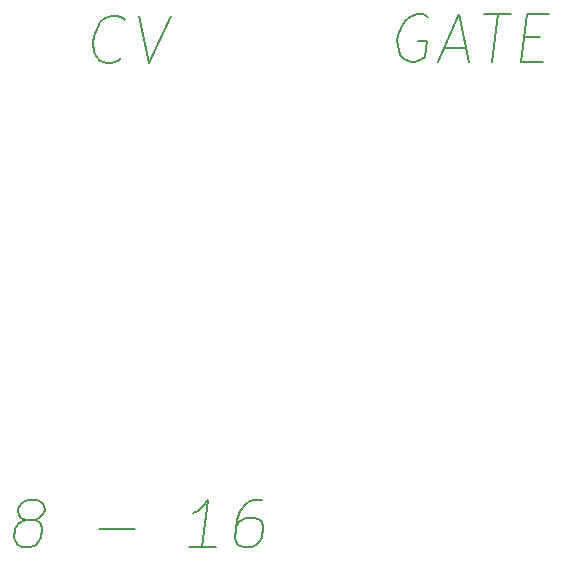
<source format=gbr>
%TF.GenerationSoftware,KiCad,Pcbnew,7.0.8*%
%TF.CreationDate,2023-11-15T13:59:47+01:00*%
%TF.ProjectId,cv-gate-rev1,63762d67-6174-4652-9d72-6576312e6b69,rev?*%
%TF.SameCoordinates,Original*%
%TF.FileFunction,Legend,Top*%
%TF.FilePolarity,Positive*%
%FSLAX46Y46*%
G04 Gerber Fmt 4.6, Leading zero omitted, Abs format (unit mm)*
G04 Created by KiCad (PCBNEW 7.0.8) date 2023-11-15 13:59:47*
%MOMM*%
%LPD*%
G01*
G04 APERTURE LIST*
%ADD10C,0.150000*%
G04 APERTURE END LIST*
D10*
X517610588Y-130371723D02*
X517396303Y-130562200D01*
X517396303Y-130562200D02*
X516801064Y-130752676D01*
X516801064Y-130752676D02*
X516420112Y-130752676D01*
X516420112Y-130752676D02*
X515872493Y-130562200D01*
X515872493Y-130562200D02*
X515539160Y-130181247D01*
X515539160Y-130181247D02*
X515396303Y-129800295D01*
X515396303Y-129800295D02*
X515301064Y-129038390D01*
X515301064Y-129038390D02*
X515372493Y-128466961D01*
X515372493Y-128466961D02*
X515658207Y-127705057D01*
X515658207Y-127705057D02*
X515896303Y-127324104D01*
X515896303Y-127324104D02*
X516324874Y-126943152D01*
X516324874Y-126943152D02*
X516920112Y-126752676D01*
X516920112Y-126752676D02*
X517301064Y-126752676D01*
X517301064Y-126752676D02*
X517848684Y-126943152D01*
X517848684Y-126943152D02*
X518015350Y-127133628D01*
X519205826Y-126752676D02*
X520039160Y-130752676D01*
X520039160Y-130752676D02*
X521872493Y-126752676D01*
X543598684Y-126843152D02*
X543241541Y-126652676D01*
X543241541Y-126652676D02*
X542670112Y-126652676D01*
X542670112Y-126652676D02*
X542074874Y-126843152D01*
X542074874Y-126843152D02*
X541646303Y-127224104D01*
X541646303Y-127224104D02*
X541408207Y-127605057D01*
X541408207Y-127605057D02*
X541122493Y-128366961D01*
X541122493Y-128366961D02*
X541051064Y-128938390D01*
X541051064Y-128938390D02*
X541146303Y-129700295D01*
X541146303Y-129700295D02*
X541289160Y-130081247D01*
X541289160Y-130081247D02*
X541622493Y-130462200D01*
X541622493Y-130462200D02*
X542170112Y-130652676D01*
X542170112Y-130652676D02*
X542551064Y-130652676D01*
X542551064Y-130652676D02*
X543146303Y-130462200D01*
X543146303Y-130462200D02*
X543360588Y-130271723D01*
X543360588Y-130271723D02*
X543527255Y-128938390D01*
X543527255Y-128938390D02*
X542765350Y-128938390D01*
X544979636Y-129509819D02*
X546884398Y-129509819D01*
X544455826Y-130652676D02*
X546289160Y-126652676D01*
X546289160Y-126652676D02*
X547122493Y-130652676D01*
X548384397Y-126652676D02*
X550670112Y-126652676D01*
X549027255Y-130652676D02*
X549527255Y-126652676D01*
X551765350Y-128557438D02*
X553098683Y-128557438D01*
X553408207Y-130652676D02*
X551503445Y-130652676D01*
X551503445Y-130652676D02*
X552003445Y-126652676D01*
X552003445Y-126652676D02*
X553908207Y-126652676D01*
X509562526Y-169437272D02*
X509205383Y-169246796D01*
X509205383Y-169246796D02*
X509038716Y-169056320D01*
X509038716Y-169056320D02*
X508895859Y-168675368D01*
X508895859Y-168675368D02*
X508919669Y-168484891D01*
X508919669Y-168484891D02*
X509157764Y-168103939D01*
X509157764Y-168103939D02*
X509372050Y-167913463D01*
X509372050Y-167913463D02*
X509776812Y-167722987D01*
X509776812Y-167722987D02*
X510538716Y-167722987D01*
X510538716Y-167722987D02*
X510895859Y-167913463D01*
X510895859Y-167913463D02*
X511062526Y-168103939D01*
X511062526Y-168103939D02*
X511205383Y-168484891D01*
X511205383Y-168484891D02*
X511181573Y-168675368D01*
X511181573Y-168675368D02*
X510943478Y-169056320D01*
X510943478Y-169056320D02*
X510729192Y-169246796D01*
X510729192Y-169246796D02*
X510324431Y-169437272D01*
X510324431Y-169437272D02*
X509562526Y-169437272D01*
X509562526Y-169437272D02*
X509157764Y-169627749D01*
X509157764Y-169627749D02*
X508943478Y-169818225D01*
X508943478Y-169818225D02*
X508705383Y-170199177D01*
X508705383Y-170199177D02*
X508610145Y-170961082D01*
X508610145Y-170961082D02*
X508753002Y-171342034D01*
X508753002Y-171342034D02*
X508919669Y-171532511D01*
X508919669Y-171532511D02*
X509276812Y-171722987D01*
X509276812Y-171722987D02*
X510038716Y-171722987D01*
X510038716Y-171722987D02*
X510443478Y-171532511D01*
X510443478Y-171532511D02*
X510657764Y-171342034D01*
X510657764Y-171342034D02*
X510895859Y-170961082D01*
X510895859Y-170961082D02*
X510991097Y-170199177D01*
X510991097Y-170199177D02*
X510848240Y-169818225D01*
X510848240Y-169818225D02*
X510681573Y-169627749D01*
X510681573Y-169627749D02*
X510324431Y-169437272D01*
X515753002Y-170199177D02*
X518800621Y-170199177D01*
X525657764Y-171722987D02*
X523372050Y-171722987D01*
X524514907Y-171722987D02*
X525014907Y-167722987D01*
X525014907Y-167722987D02*
X524562526Y-168294415D01*
X524562526Y-168294415D02*
X524133955Y-168675368D01*
X524133955Y-168675368D02*
X523729193Y-168865844D01*
X529586336Y-167722987D02*
X528824431Y-167722987D01*
X528824431Y-167722987D02*
X528419669Y-167913463D01*
X528419669Y-167913463D02*
X528205383Y-168103939D01*
X528205383Y-168103939D02*
X527753002Y-168675368D01*
X527753002Y-168675368D02*
X527467288Y-169437272D01*
X527467288Y-169437272D02*
X527276812Y-170961082D01*
X527276812Y-170961082D02*
X527419669Y-171342034D01*
X527419669Y-171342034D02*
X527586336Y-171532511D01*
X527586336Y-171532511D02*
X527943479Y-171722987D01*
X527943479Y-171722987D02*
X528705383Y-171722987D01*
X528705383Y-171722987D02*
X529110145Y-171532511D01*
X529110145Y-171532511D02*
X529324431Y-171342034D01*
X529324431Y-171342034D02*
X529562526Y-170961082D01*
X529562526Y-170961082D02*
X529681574Y-170008701D01*
X529681574Y-170008701D02*
X529538717Y-169627749D01*
X529538717Y-169627749D02*
X529372050Y-169437272D01*
X529372050Y-169437272D02*
X529014907Y-169246796D01*
X529014907Y-169246796D02*
X528253002Y-169246796D01*
X528253002Y-169246796D02*
X527848240Y-169437272D01*
X527848240Y-169437272D02*
X527633955Y-169627749D01*
X527633955Y-169627749D02*
X527395859Y-170008701D01*
M02*

</source>
